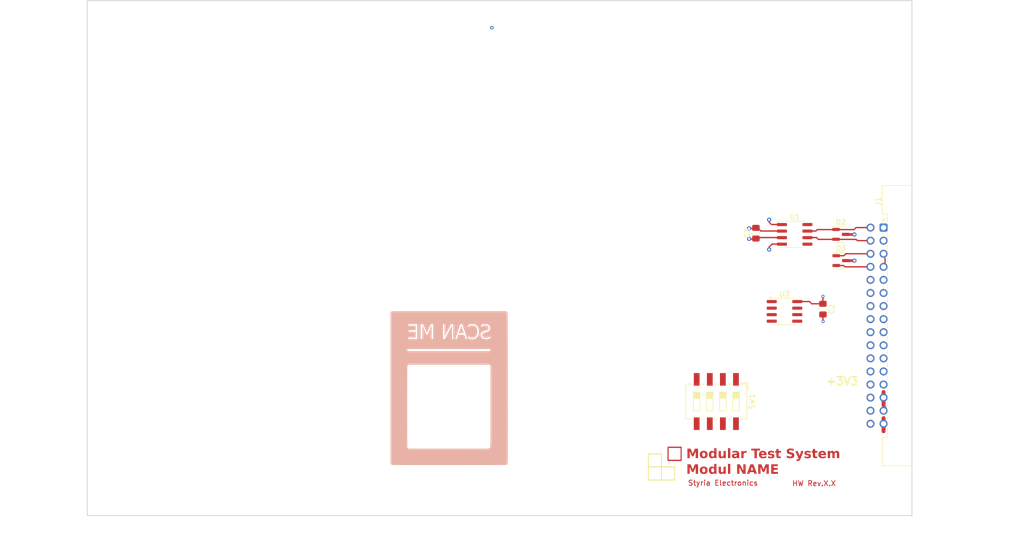
<source format=kicad_pcb>
(kicad_pcb (version 20241229) (generator "pcbnew") (generator_version "9.0")
  (layers (0 "F.Cu" signal) (4 "In1.Cu" power) (6 "In2.Cu" signal) (8 "In3.Cu" power) (10 "In4.Cu" power) (2 "B.Cu" signal) (13 "F.Paste" user) (15 "B.Paste" user) (5 "F.SilkS" user "F.Silkscreen") (7 "B.SilkS" user "B.Silkscreen") (1 "F.Mask" user) (3 "B.Mask" user) (25 "Edge.Cuts" user))
  (net 0 "")
  (net 1 "GND")
  (net 2 "+3V3")
  (net 3 "/Triger")
  (net 4 "/CANH")
  (net 5 "/CANL")
  (net 6 "I2C_BUS_SDA")
  (net 7 "I2C_BUS_CLK")
  (net 8 "a4")
  (net 9 "a9")
  (net 10 "-12V")
  (net 11 "b9")
  (net 12 "+3V3Ext")
  (net 13 "b10")
  (net 14 "a3")
  (net 15 "b7")
  (net 16 "b8")
  (net 17 "a10")
  (net 18 "a2")
  (net 19 "a8")
  (net 20 "a7")
  (net 21 "+12V")
  (net 22 "b6")
  (net 23 "a6")
  (net 24 "b5")
  (net 25 "+5VExt")
  (net 26 "a5")
  (net 27 "SW3")
  (net 28 "SW1")
  (net 29 "SW2")
  (net 30 "SW4")
  (net 33 "CANFD_TX")
  (net 34 "CANFD_RX")
  (net 35 "/I2C2_CLK_STM_CAN")
  (net 36 "/I2C2_SDA_STM_CAN")
  (footprint "Capacitor_SMD:C_0805_2012Metric_Pad1.18x1.45mm_HandSolder" (layer "F.Cu") (at 226.9825 97.655 -90)
    (property "Reference" "C2" (at 0 -1.68 90) (layer "F.SilkS"))
    (property "Value" "100n")
    (pad "1" smd roundrect (at -1.0375 0 270) (size 1.175 1.45) (layers "F.Cu" "F.Mask" "F.Paste") (roundrect_rratio 0.212766) (net 2 "+3V3"))
    (pad "2" smd roundrect (at 1.0375 0 270) (size 1.175 1.45) (layers "F.Cu" "F.Mask" "F.Paste") (roundrect_rratio 0.212766) (net 1 "GND"))
  )
  (footprint "Connector_DIN:DIN41612_B2_2x16_Male_Horizontal_THT" (layer "F.Cu") (at 238.75 81.82 -90)
    (property "Reference" "J1" (at -5.08 1 90) (layer "F.SilkS"))
    (property "Value" "DIN41612_02x16_ZB")
    (pad "" np_thru_hole circle (at -5.08 -2.54 270) (size 2.85 2.85) (drill 2.85) (layers "*.Cu" "*.Mask"))
    (pad "" np_thru_hole circle (at 43.18 -2.54 270) (size 2.85 2.85) (drill 2.85) (layers "*.Cu" "*.Mask"))
    (pad "a1" thru_hole roundrect (at 0 0 270) (size 1.55 1.55) (drill 1) (layers "*.Cu" "*.Mask") (roundrect_rratio 0.16129) (net 3 "/Triger"))
    (pad "a2" thru_hole circle (at 2.54 0 270) (size 1.55 1.55) (drill 1) (layers "*.Cu" "*.Mask") (net 18 "a2"))
    (pad "a3" thru_hole circle (at 5.08 0 270) (size 1.55 1.55) (drill 1) (layers "*.Cu" "*.Mask") (net 14 "a3"))
    (pad "a4" thru_hole circle (at 7.62 0 270) (size 1.55 1.55) (drill 1) (layers "*.Cu" "*.Mask") (net 8 "a4"))
    (pad "a5" thru_hole circle (at 10.16 0 270) (size 1.55 1.55) (drill 1) (layers "*.Cu" "*.Mask") (net 26 "a5"))
    (pad "a6" thru_hole circle (at 12.7 0 270) (size 1.55 1.55) (drill 1) (layers "*.Cu" "*.Mask") (net 23 "a6"))
    (pad "a7" thru_hole circle (at 15.24 0 270) (size 1.55 1.55) (drill 1) (layers "*.Cu" "*.Mask") (net 20 "a7"))
    (pad "a8" thru_hole circle (at 17.78 0 270) (size 1.55 1.55) (drill 1) (layers "*.Cu" "*.Mask") (net 19 "a8"))
    (pad "a9" thru_hole circle (at 20.32 0 270) (size 1.55 1.55) (drill 1) (layers "*.Cu" "*.Mask") (net 9 "a9"))
    (pad "a10" thru_hole circle (at 22.86 0 270) (size 1.55 1.55) (drill 1) (layers "*.Cu" "*.Mask") (net 17 "a10"))
    (pad "a11" thru_hole circle (at 25.4 0 270) (size 1.55 1.55) (drill 1) (layers "*.Cu" "*.Mask") (net 21 "+12V"))
    (pad "a12" thru_hole circle (at 27.94 0 270) (size 1.55 1.55) (drill 1) (layers "*.Cu" "*.Mask") (net 21 "+12V"))
    (pad "a13" thru_hole circle (at 30.48 0 270) (size 1.55 1.55) (drill 1) (layers "*.Cu" "*.Mask") (net 12 "+3V3Ext"))
    (pad "a14" thru_hole circle (at 33.02 0 270) (size 1.55 1.55) (drill 1) (layers "*.Cu" "*.Mask") (net 12 "+3V3Ext"))
    (pad "a15" thru_hole circle (at 35.56 0 270) (size 1.55 1.55) (drill 1) (layers "*.Cu" "*.Mask") (net 25 "+5VExt"))
    (pad "a16" thru_hole circle (at 38.1 0 270) (size 1.55 1.55) (drill 1) (layers "*.Cu" "*.Mask") (net 25 "+5VExt"))
    (pad "b1" thru_hole circle (at 0 2.54 270) (size 1.55 1.55) (drill 1) (layers "*.Cu" "*.Mask") (net 4 "/CANH"))
    (pad "b2" thru_hole circle (at 2.54 2.54 270) (size 1.55 1.55) (drill 1) (layers "*.Cu" "*.Mask") (net 5 "/CANL"))
    (pad "b3" thru_hole circle (at 5.08 2.54 270) (size 1.55 1.55) (drill 1) (layers "*.Cu" "*.Mask") (net 6 "I2C_BUS_SDA"))
    (pad "b4" thru_hole circle (at 7.62 2.54 270) (size 1.55 1.55) (drill 1) (layers "*.Cu" "*.Mask") (net 7 "I2C_BUS_CLK"))
    (pad "b5" thru_hole circle (at 10.16 2.54 270) (size 1.55 1.55) (drill 1) (layers "*.Cu" "*.Mask") (net 24 "b5"))
    (pad "b6" thru_hole circle (at 12.7 2.54 270) (size 1.55 1.55) (drill 1) (layers "*.Cu" "*.Mask") (net 22 "b6"))
    (pad "b7" thru_hole circle (at 15.24 2.54 270) (size 1.55 1.55) (drill 1) (layers "*.Cu" "*.Mask") (net 15 "b7"))
    (pad "b8" thru_hole circle (at 17.78 2.54 270) (size 1.55 1.55) (drill 1) (layers "*.Cu" "*.Mask") (net 16 "b8"))
    (pad "b9" thru_hole circle (at 20.32 2.54 270) (size 1.55 1.55) (drill 1) (layers "*.Cu" "*.Mask") (net 11 "b9"))
    (pad "b10" thru_hole circle (at 22.86 2.54 270) (size 1.55 1.55) (drill 1) (layers "*.Cu" "*.Mask") (net 13 "b10"))
    (pad "b11" thru_hole circle (at 25.4 2.54 270) (size 1.55 1.55) (drill 1) (layers "*.Cu" "*.Mask") (net 10 "-12V"))
    (pad "b12" thru_hole circle (at 27.94 2.54 270) (size 1.55 1.55) (drill 1) (layers "*.Cu" "*.Mask") (net 10 "-12V"))
    (pad "b13" thru_hole circle (at 30.48 2.54 270) (size 1.55 1.55) (drill 1) (layers "*.Cu" "*.Mask") (net 1 "GND"))
    (pad "b14" thru_hole circle (at 33.02 2.54 270) (size 1.55 1.55) (drill 1) (layers "*.Cu" "*.Mask") (net 1 "GND"))
    (pad "b15" thru_hole circle (at 35.56 2.54 270) (size 1.55 1.55) (drill 1) (layers "*.Cu" "*.Mask") (net 1 "GND"))
    (pad "b16" thru_hole circle (at 38.1 2.54 270) (size 1.55 1.55) (drill 1) (layers "*.Cu" "*.Mask") (net 1 "GND"))
  )
  (footprint "Package_TO_SOT_SMD:SOT-23" (layer "F.Cu") (at 230.5 88.235)
    (property "Reference" "D3" (at 0 -2.4 0) (layer "F.SilkS"))
    (property "Value" "PESD2CANFD24V-T")
    (pad "1" smd roundrect (at -0.9375 -0.95) (size 1.475 0.6) (layers "F.Cu" "F.Mask" "F.Paste") (net 6 "I2C_BUS_SDA"))
    (pad "2" smd roundrect (at -0.9375 0.95) (size 1.475 0.6) (layers "F.Cu" "F.Mask" "F.Paste") (net 7 "I2C_BUS_CLK"))
    (pad "3" smd roundrect (at 0.9375 0) (size 1.475 0.6) (layers "F.Cu" "F.Mask" "F.Paste") (net 1 "GND"))
  )
  (footprint "Package_SO:SOIC-8_3.9x4.9mm_P1.27mm" (layer "F.Cu") (at 219.525 98.095)
    (property "Reference" "U3" (at 0 -3.4 0) (layer "F.SilkS"))
    (property "Value" "24LC32")
    (pad "1" smd roundrect (at -2.475 -1.905) (size 1.95 0.6) (layers "F.Cu" "F.Mask" "F.Paste") (net 1 "GND"))
    (pad "2" smd roundrect (at -2.475 -0.635) (size 1.95 0.6) (layers "F.Cu" "F.Mask" "F.Paste") (net 1 "GND"))
    (pad "3" smd roundrect (at -2.475 0.635) (size 1.95 0.6) (layers "F.Cu" "F.Mask" "F.Paste") (net 1 "GND"))
    (pad "4" smd roundrect (at -2.475 1.905) (size 1.95 0.6) (layers "F.Cu" "F.Mask" "F.Paste") (net 1 "GND"))
    (pad "5" smd roundrect (at 2.475 1.905) (size 1.95 0.6) (layers "F.Cu" "F.Mask" "F.Paste") (net 36 "/I2C2_SDA_STM_CAN"))
    (pad "6" smd roundrect (at 2.475 0.635) (size 1.95 0.6) (layers "F.Cu" "F.Mask" "F.Paste") (net 35 "/I2C2_CLK_STM_CAN"))
    (pad "7" smd roundrect (at 2.475 -0.635) (size 1.95 0.6) (layers "F.Cu" "F.Mask" "F.Paste"))
    (pad "8" smd roundrect (at 2.475 -1.905) (size 1.95 0.6) (layers "F.Cu" "F.Mask" "F.Paste") (net 2 "+3V3"))
  )
  (footprint "Package_SO:SOIC-8_3.9x4.9mm_P1.27mm" (layer "F.Cu") (at 221.5 83.135)
    (property "Reference" "U1" (at 0 -3.4 0) (layer "F.SilkS"))
    (property "Value" "TCAN337GDR")
    (pad "1" smd roundrect (at -2.475 -1.905) (size 1.95 0.6) (layers "F.Cu" "F.Mask" "F.Paste") (net 33 "CANFD_TX"))
    (pad "2" smd roundrect (at -2.475 -0.635) (size 1.95 0.6) (layers "F.Cu" "F.Mask" "F.Paste") (net 1 "GND"))
    (pad "3" smd roundrect (at -2.475 0.635) (size 1.95 0.6) (layers "F.Cu" "F.Mask" "F.Paste") (net 2 "+3V3"))
    (pad "4" smd roundrect (at -2.475 1.905) (size 1.95 0.6) (layers "F.Cu" "F.Mask" "F.Paste") (net 34 "CANFD_RX"))
    (pad "5" smd roundrect (at 2.475 1.905) (size 1.95 0.6) (layers "F.Cu" "F.Mask" "F.Paste"))
    (pad "6" smd roundrect (at 2.475 0.635) (size 1.95 0.6) (layers "F.Cu" "F.Mask" "F.Paste") (net 5 "/CANL"))
    (pad "7" smd roundrect (at 2.475 -0.635) (size 1.95 0.6) (layers "F.Cu" "F.Mask" "F.Paste") (net 4 "/CANH"))
    (pad "8" smd roundrect (at 2.475 -1.905) (size 1.95 0.6) (layers "F.Cu" "F.Mask" "F.Paste"))
  )
  (footprint "MountingHole:MountingHole_2.7mm_M2.5_DIN965" (layer "F.Cu") (at 87.214 43.3234)
    (property "Reference" "MH1" (hide yes))
    (property "Value" "MountingHole_2.7mm_M2.5_DIN965" (hide yes))
    (pad "" np_thru_hole circle (at 0 0) (size 2.7 2.7) (drill 2.7) (layers "*.Cu" "*.Mask"))
  )
  (footprint "Capacitor_SMD:C_0805_2012Metric_Pad1.18x1.45mm_HandSolder" (layer "F.Cu") (at 213.98 82.9125 90)
    (property "Reference" "C3" (at 0 -1.68 90) (layer "F.SilkS"))
    (property "Value" "100n")
    (pad "1" smd roundrect (at -1.0375 0 90) (size 1.175 1.45) (layers "F.Cu" "F.Mask" "F.Paste") (roundrect_rratio 0.212766) (net 2 "+3V3"))
    (pad "2" smd roundrect (at 1.0375 0 90) (size 1.175 1.45) (layers "F.Cu" "F.Mask" "F.Paste") (roundrect_rratio 0.212766) (net 1 "GND"))
  )
  (footprint "MountingHole:MountingHole_2.7mm_M2.5_DIN965" (layer "F.Cu") (at 87.2 132.2)
    (property "Reference" "MH3" (hide yes))
    (property "Value" "MountingHole_2.7mm_M2.5_DIN965" (hide yes))
    (pad "" np_thru_hole circle (at 0 0) (size 2.7 2.7) (drill 2.7) (layers "*.Cu" "*.Mask"))
  )
  (footprint "Button_Switch_SMD:SW_DIP_SPSTx04_Slide_6.7x11.72mm_W8.61mm_P2.54mm_LowProfile" (layer "F.Cu") (at 206.3 115.6 -90)
    (property "Reference" "SW1" (at 0 -6.92 90) (layer "F.SilkS"))
    (property "Value" "SW_DIP_x04")
    (pad "1" smd rect (at -4.305 -3.81 270) (size 2.44 1.12) (layers "F.Cu" "F.Mask" "F.Paste") (net 28 "SW1"))
    (pad "2" smd rect (at -4.305 -1.27 270) (size 2.44 1.12) (layers "F.Cu" "F.Mask" "F.Paste") (net 29 "SW2"))
    (pad "3" smd rect (at -4.305 1.27 270) (size 2.44 1.12) (layers "F.Cu" "F.Mask" "F.Paste") (net 27 "SW3"))
    (pad "4" smd rect (at -4.305 3.81 270) (size 2.44 1.12) (layers "F.Cu" "F.Mask" "F.Paste") (net 30 "SW4"))
    (pad "5" smd rect (at 4.305 3.81 270) (size 2.44 1.12) (layers "F.Cu" "F.Mask" "F.Paste") (net 2 "+3V3"))
    (pad "6" smd rect (at 4.305 1.27 270) (size 2.44 1.12) (layers "F.Cu" "F.Mask" "F.Paste") (net 2 "+3V3"))
    (pad "7" smd rect (at 4.305 -1.27 270) (size 2.44 1.12) (layers "F.Cu" "F.Mask" "F.Paste") (net 2 "+3V3"))
    (pad "8" smd rect (at 4.305 -3.81 270) (size 2.44 1.12) (layers "F.Cu" "F.Mask" "F.Paste") (net 2 "+3V3"))
  )
  (footprint "Package_TO_SOT_SMD:SOT-23" (layer "F.Cu") (at 230.4625 83.135)
    (property "Reference" "D2" (at 0 -2.4 0) (layer "F.SilkS"))
    (property "Value" "PESD2CANFD24V-T")
    (pad "1" smd roundrect (at -0.9375 -0.95) (size 1.475 0.6) (layers "F.Cu" "F.Mask" "F.Paste") (net 4 "/CANH"))
    (pad "2" smd roundrect (at -0.9375 0.95) (size 1.475 0.6) (layers "F.Cu" "F.Mask" "F.Paste") (net 5 "/CANL"))
    (pad "3" smd roundrect (at 0.9375 0) (size 1.475 0.6) (layers "F.Cu" "F.Mask" "F.Paste") (net 1 "GND"))
  )
  (footprint "LOGO" (layer "B.Cu") (at 154.5 113 180)
    (property "Reference" "QR Code" (hide yes))
    (property "Value" "LOGO" (hide yes))
  )
  (footprint "LOGO" (layer "B.Cu") (at 154.5 113 180)
    (property "Reference" "QR Code" (hide yes))
    (property "Value" "LOGO" (hide yes))
  )
  (gr_line (start 199.499 124.443) (end 196.959 124.443) (stroke (width 0.1524)) (layer "F.Cu"))
  (gr_line (start 196.909 127.083) (end 199.449 127.083) (stroke (width 0.1524)) (layer "F.Cu"))
  (gr_line (start 199.449 124.543) (end 196.909 124.543) (stroke (width 0.1524)) (layer "F.Cu"))
  (gr_line (start 196.959 124.443) (end 196.959 126.983) (stroke (width 0.1524)) (layer "F.Cu"))
  (gr_line (start 196.909 124.543) (end 196.909 127.083) (stroke (width 0.1524)) (layer "F.Cu"))
  (gr_line (start 199.499 126.983) (end 199.499 124.443) (stroke (width 0.1524)) (layer "F.Cu"))
  (gr_line (start 199.449 127.083) (end 199.449 124.543) (stroke (width 0.1524)) (layer "F.Cu"))
  (gr_line (start 196.959 126.983) (end 199.499 126.983) (stroke (width 0.1524)) (layer "F.Cu"))
  (gr_line (start 195.688 125.71) (end 195.688 130.79) (stroke (width 0.1524)) (layer "F.SilkS"))
  (gr_line (start 193.098 130.89) (end 193.098 125.81) (stroke (width 0.1524)) (layer "F.SilkS"))
  (gr_line (start 198.228 130.79) (end 193.148 130.79) (stroke (width 0.1524)) (layer "F.SilkS"))
  (gr_line (start 193.148 128.25) (end 198.228 128.25) (stroke (width 0.1524)) (layer "F.SilkS"))
  (gr_line (start 198.178 130.89) (end 193.098 130.89) (stroke (width 0.1524)) (layer "F.SilkS"))
  (gr_line (start 198.228 128.25) (end 198.228 130.79) (stroke (width 0.1524)) (layer "F.SilkS"))
  (gr_line (start 193.148 125.71) (end 195.688 125.71) (stroke (width 0.1524)) (layer "F.SilkS"))
  (gr_line (start 193.098 125.81) (end 195.638 125.81) (stroke (width 0.1524)) (layer "F.SilkS"))
  (gr_line (start 193.098 128.35) (end 198.178 128.35) (stroke (width 0.1524)) (layer "F.SilkS"))
  (gr_line (start 195.638 125.81) (end 195.638 130.89) (stroke (width 0.1524)) (layer "F.SilkS"))
  (gr_line (start 193.148 130.79) (end 193.148 125.71) (stroke (width 0.1524)) (layer "F.SilkS"))
  (gr_line (start 198.178 128.35) (end 198.178 130.89) (stroke (width 0.1524)) (layer "F.SilkS"))
  (gr_rect (start 84.25 37.75) (end 244.25 137.75) (stroke (width 0.15)) (fill no) (layer "Edge.Cuts"))
  (gr_text "Styria Electronics" (at 200.74 132.01 0) (layer "F.Cu") (effects (font (size 1.0128 1.0128) (thickness 0.1524)) (justify left bottom)))
  (gr_text "Modular Test System \nModul NAME\n" (at 200.46 129.95 0) (layer "F.Cu") (effects (font (size 1.8128 1.8128) (thickness 0.1524) (bold yes)) (justify left bottom)))
  (gr_text "HW Rev.X.X\n\n" (at 220.95 133.7 0) (layer "F.Cu") (effects (font (size 1 1)) (justify left bottom)))
  (gr_text "+3V3\n\n" (at 227.5 115 0) (layer "F.SilkS") (effects (font (size 1.524 1.524) (thickness 0.3048) (bold yes)) (justify left bottom)))
  (via (at 162.75 43) (size 0.6858) (drill 0.3302) (layers "F.Cu" "B.Cu") (net 0))
  (segment (start 218.374 82.485) (end 214.942 82.485) (width 0.254) (layer "F.Cu") (net 1))
  (segment (start 226.9825 100.0225) (end 227.01 100.05) (width 0.254) (layer "F.Cu") (net 1))
  (segment (start 214.942 82.485) (end 214.434 81.977) (width 0.254) (layer "F.Cu") (net 1))
  (segment (start 214.434 81.977) (end 212.656 81.977) (width 0.254) (layer "F.Cu") (net 1))
  (segment (start 226.9825 98.6925) (end 226.9825 100.0225) (width 0.254) (layer "F.Cu") (net 1))
  (segment (start 231.2375 83.161) (end 233.094 83.161) (width 0.508) (layer "F.Cu") (net 1))
  (segment (start 231.2375 88.241) (end 233.094 88.241) (width 0.508) (layer "F.Cu") (net 1))
  (via (at 212.656 81.977) (size 0.8) (drill 0.4) (layers "F.Cu" "B.Cu") (net 1))
  (via (at 233.094 88.241) (size 0.8) (drill 0.4) (layers "F.Cu" "B.Cu") (net 1))
  (via (at 227.01 100.05) (size 0.6) (drill 0.3) (layers "F.Cu" "B.Cu") (net 1))
  (via (at 233.094 83.161) (size 0.8) (drill 0.4) (layers "F.Cu" "B.Cu") (net 1))
  (segment (start 226.9825 95.1775) (end 226.99 95.17) (width 0.254) (layer "F.Cu") (net 2))
  (segment (start 214.434 84.052) (end 212.699 84.052) (width 0.254) (layer "F.Cu") (net 2))
  (segment (start 224.38 96.19) (end 222 96.19) (width 0.254) (layer "F.Cu") (net 2))
  (segment (start 214.731 83.755) (end 214.434 84.052) (width 0.254) (layer "F.Cu") (net 2))
  (segment (start 212.699 84.052) (end 212.656 84.009) (width 0.254) (layer "F.Cu") (net 2))
  (segment (start 226.9825 96.6175) (end 224.8075 96.6175) (width 0.254) (layer "F.Cu") (net 2))
  (segment (start 226.9825 96.6175) (end 226.9825 95.1775) (width 0.254) (layer "F.Cu") (net 2))
  (segment (start 218.374 83.755) (end 214.731 83.755) (width 0.254) (layer "F.Cu") (net 2))
  (segment (start 224.8075 96.6175) (end 224.38 96.19) (width 0.254) (layer "F.Cu") (net 2))
  (via (at 226.99 95.17) (size 0.6) (drill 0.3) (layers "F.Cu" "B.Cu") (net 2))
  (via (at 212.656 84.009) (size 0.8) (drill 0.4) (layers "F.Cu" "B.Cu") (net 2))
  (segment (start 225.61 82.485) (end 225.884 82.211) (width 0.254) (layer "F.Cu") (net 4))
  (segment (start 233.028 82.211) (end 233.419 81.82) (width 0.254) (layer "F.Cu") (net 4))
  (segment (start 225.884 82.211) (end 233.028 82.211) (width 0.254) (layer "F.Cu") (net 4))
  (segment (start 233.419 81.82) (end 236.21 81.82) (width 0.254) (layer "F.Cu") (net 4))
  (segment (start 223.324 82.485) (end 225.61 82.485) (width 0.254) (layer "F.Cu") (net 4))
  (segment (start 226.106 84.111) (end 233.414 84.111) (width 0.254) (layer "F.Cu") (net 5))
  (segment (start 223.324 83.755) (end 225.75 83.755) (width 0.254) (layer "F.Cu") (net 5))
  (segment (start 225.75 83.755) (end 226.106 84.111) (width 0.254) (layer "F.Cu") (net 5))
  (segment (start 233.663 84.36) (end 236.21 84.36) (width 0.254) (layer "F.Cu") (net 5))
  (segment (start 233.414 84.111) (end 233.663 84.36) (width 0.254) (layer "F.Cu") (net 5))
  (segment (start 231.045 87.285) (end 231.42 86.91) (width 0.254) (layer "F.Cu") (net 6))
  (segment (start 229.5625 87.285) (end 231.045 87.285) (width 0.254) (layer "F.Cu") (net 6))
  (segment (start 231.42 86.91) (end 231.41 86.9) (width 0.254) (layer "F.Cu") (net 6))
  (segment (start 231.41 86.9) (end 236.21 86.9) (width 0.254) (layer "F.Cu") (net 6))
  (segment (start 230.99 89.185) (end 229.5625 89.185) (width 0.254) (layer "F.Cu") (net 7))
  (segment (start 231.245 89.44) (end 230.99 89.185) (width 0.254) (layer "F.Cu") (net 7))
  (segment (start 236.21 89.44) (end 231.245 89.44) (width 0.254) (layer "F.Cu") (net 7))
  (segment (start 239.04 88.75) (end 239.04 87.79) (width 0.25) (layer "F.Cu") (net 8))
  (segment (start 238.75 113.75) (end 238.75 116.29) (width 0.762) (layer "F.Cu") (net 12))
  (segment (start 239.04 116.71) (end 239 116.75) (width 0.508) (layer "B.Cu") (net 12))
  (segment (start 239.04 116.69) (end 239.04 116.71) (width 0.508) (layer "B.Cu") (net 12))
  (segment (start 238.75 118.83) (end 238.75 121.37) (width 0.762) (layer "F.Cu") (net 25))
  (segment (start 216.98 81.215) (end 216.549992 80.784992) (width 0.254) (layer "F.Cu") (net 33))
  (segment (start 218.374 81.215) (end 216.98 81.215) (width 0.254) (layer "F.Cu") (net 33))
  (segment (start 216.549992 80.784992) (end 216.549992 80.285) (width 0.254) (layer "F.Cu") (net 33))
  (via (at 216.549992 80.285) (size 0.8) (drill 0.4) (layers "F.Cu" "B.Cu") (net 33))
  (segment (start 217.11 85.025) (end 216.55 85.585) (width 0.254) (layer "F.Cu") (net 34))
  (segment (start 218.374 85.025) (end 217.11 85.025) (width 0.254) (layer "F.Cu") (net 34))
  (segment (start 216.55 85.585) (end 216.55 86.085) (width 0.254) (layer "F.Cu") (net 34))
  (via (at 216.55 86.085) (size 0.8) (drill 0.4) (layers "F.Cu" "B.Cu") (net 34))
)
</source>
